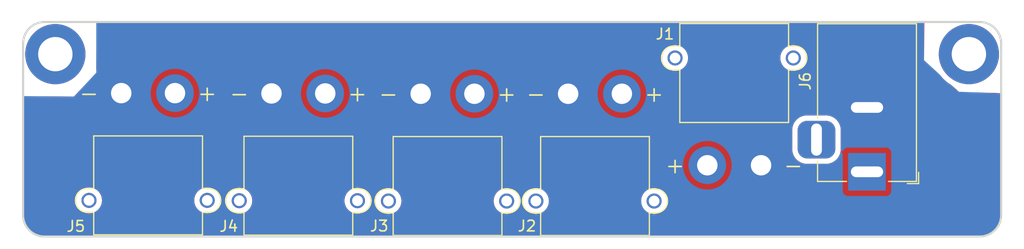
<source format=kicad_pcb>
(kicad_pcb (version 20240108) (generator "pcbnew") (generator_version "8.0")
  (layers (0 "F.Cu" signal) (31 "B.Cu" signal) (34 "B.Paste" user) (35 "F.Paste" user) (36 "B.SilkS" user "B.Silkscreen") (37 "F.SilkS" user "F.Silkscreen") (38 "B.Mask" user) (39 "F.Mask" user) (44 "Edge.Cuts" user))
  (net 0 "")
  (net 1 "GND")
  (net 2 "+BATT")
  (footprint "Connector_AMASS:AMASS_XT30PW-M_1x02_P2.50mm_Horizontal" (layer "F.Cu") (at 124.06 93 180)
    (property "Reference" "J3" (at 3.86 -12.33 360) (layer "F.SilkS"))
    (property "Value" "Conn_01x02")
    (fp_line (start 2.56 -8.89) (end 3.15 -8.89) (stroke (width 0.12)) (layer "F.SilkS"))
    (fp_line (start 2.56 -8.89) (end 2.56 -3.99) (stroke (width 0.12)) (layer "F.SilkS"))
    (fp_line (start 2.56 -11.11) (end 3.15 -11.11) (stroke (width 0.12)) (layer "F.SilkS"))
    (fp_line (start 2.56 -13.21) (end 2.56 -11.11) (stroke (width 0.12)) (layer "F.SilkS"))
    (fp_line (start -7.56 -3.99) (end 2.56 -3.99) (stroke (width 0.12)) (layer "F.SilkS"))
    (fp_line (start -7.56 -8.89) (end -7.56 -3.99) (stroke (width 0.12)) (layer "F.SilkS"))
    (fp_line (start -7.56 -13.21) (end 2.56 -13.21) (stroke (width 0.12)) (layer "F.SilkS"))
    (fp_line (start -7.56 -13.21) (end -7.56 -11.11) (stroke (width 0.12)) (layer "F.SilkS"))
    (fp_line (start -8.15 -8.89) (end -7.56 -8.89) (stroke (width 0.12)) (layer "F.SilkS"))
    (fp_line (start -8.15 -11.11) (end -7.56 -11.11) (stroke (width 0.12)) (layer "F.SilkS"))
    (fp_arc (start 3.15 -11.11) (mid 4.26 -10) (end 3.15 -8.89) (stroke (width 0.12)) (layer "F.SilkS"))
    (fp_arc (start -8.15 -8.89) (mid -9.26 -10) (end -8.15 -11.11) (stroke (width 0.12)) (layer "F.SilkS"))
    (fp_text user "-" (at 3 0 360) (layer "F.SilkS") (effects (font (size 1.5 1.5))))
    (fp_text user "+" (at -8 0 360) (layer "F.SilkS") (effects (font (size 1.5 1.5))))
    (pad "" thru_hole circle (at -8 -10 180) (size 1.4 1.4) (drill 1) (layers "*.Cu" "*.Mask"))
    (pad "" thru_hole circle (at 3 -10 180) (size 1.4 1.4) (drill 1) (layers "*.Cu" "*.Mask"))
    (pad "1" thru_hole rect (at 0 0 180) (size 3.5 3.5) (drill 1.9) (layers "*.Cu" "*.Mask") (net 1 "GND"))
    (pad "2" thru_hole circle (at -5 0 180) (size 3.5 3.5) (drill 1.9) (layers "*.Cu" "*.Mask") (net 2 "+BATT"))
  )
  (footprint "MountingHole:MountingHole_3.2mm_M3_Pad_TopBottom" (layer "F.Cu") (at 175.0684 89.3064)
    (property "Reference" "H2")
    (property "Value" "MountingHole")
    (pad "1" thru_hole circle (at 0 0) (size 3.6 3.6) (drill 3.2) (layers "*.Cu" "*.Mask"))
    (pad "1" connect circle (at 0 0) (size 5.6 5.6) (layers "F.Cu" "F.Mask"))
    (pad "1" connect circle (at 0 0) (size 5.6 5.6) (layers "B.Cu" "B.Mask"))
  )
  (footprint "MountingHole:MountingHole_3.2mm_M3_Pad_TopBottom" (layer "F.Cu") (at 90.0684 89.3064)
    (property "Reference" "H1")
    (property "Value" "MountingHole")
    (pad "1" thru_hole circle (at 0 0) (size 3.6 3.6) (drill 3.2) (layers "*.Cu" "*.Mask"))
    (pad "1" connect circle (at 0 0) (size 5.6 5.6) (layers "F.Cu" "F.Mask"))
    (pad "1" connect circle (at 0 0) (size 5.6 5.6) (layers "B.Cu" "B.Mask"))
  )
  (footprint "Connector_AMASS:AMASS_XT30PW-M_1x02_P2.50mm_Horizontal" (layer "F.Cu") (at 110.18 92.97 180)
    (property "Reference" "J4" (at 3.98 -12.39 360) (layer "F.SilkS"))
    (property "Value" "Conn_01x02")
    (fp_line (start 2.56 -8.89) (end 3.15 -8.89) (stroke (width 0.12)) (layer "F.SilkS"))
    (fp_line (start 2.56 -8.89) (end 2.56 -3.99) (stroke (width 0.12)) (layer "F.SilkS"))
    (fp_line (start 2.56 -11.11) (end 3.15 -11.11) (stroke (width 0.12)) (layer "F.SilkS"))
    (fp_line (start 2.56 -13.21) (end 2.56 -11.11) (stroke (width 0.12)) (layer "F.SilkS"))
    (fp_line (start -7.56 -3.99) (end 2.56 -3.99) (stroke (width 0.12)) (layer "F.SilkS"))
    (fp_line (start -7.56 -8.89) (end -7.56 -3.99) (stroke (width 0.12)) (layer "F.SilkS"))
    (fp_line (start -7.56 -13.21) (end 2.56 -13.21) (stroke (width 0.12)) (layer "F.SilkS"))
    (fp_line (start -7.56 -13.21) (end -7.56 -11.11) (stroke (width 0.12)) (layer "F.SilkS"))
    (fp_line (start -8.15 -8.89) (end -7.56 -8.89) (stroke (width 0.12)) (layer "F.SilkS"))
    (fp_line (start -8.15 -11.11) (end -7.56 -11.11) (stroke (width 0.12)) (layer "F.SilkS"))
    (fp_arc (start 3.15 -11.11) (mid 4.26 -10) (end 3.15 -8.89) (stroke (width 0.12)) (layer "F.SilkS"))
    (fp_arc (start -8.15 -8.89) (mid -9.26 -10) (end -8.15 -11.11) (stroke (width 0.12)) (layer "F.SilkS"))
    (fp_text user "-" (at 3 0 360) (layer "F.SilkS") (effects (font (size 1.5 1.5))))
    (fp_text user "+" (at -8 0 360) (layer "F.SilkS") (effects (font (size 1.5 1.5))))
    (pad "" thru_hole circle (at -8 -10 180) (size 1.4 1.4) (drill 1) (layers "*.Cu" "*.Mask"))
    (pad "" thru_hole circle (at 3 -10 180) (size 1.4 1.4) (drill 1) (layers "*.Cu" "*.Mask"))
    (pad "1" thru_hole rect (at 0 0 180) (size 3.5 3.5) (drill 1.9) (layers "*.Cu" "*.Mask") (net 1 "GND"))
    (pad "2" thru_hole circle (at -5 0 180) (size 3.5 3.5) (drill 1.9) (layers "*.Cu" "*.Mask") (net 2 "+BATT"))
  )
  (footprint "Connector_BarrelJack:BarrelJack_Horizontal" (layer "F.Cu") (at 165.5875 100.275 -90)
    (property "Reference" "J6" (at -8.45 5.75 90) (layer "F.SilkS"))
    (property "Value" "Jack-DC")
    (fp_line (start -13.8 4.6) (end -13.8 -4.6) (stroke (width 0.12)) (layer "F.SilkS"))
    (fp_line (start -5 4.6) (end -13.8 4.6) (stroke (width 0.12)) (layer "F.SilkS"))
    (fp_line (start 0.9 4.6) (end -1 4.6) (stroke (width 0.12)) (layer "F.SilkS"))
    (fp_line (start 0.9 1.9) (end 0.9 4.6) (stroke (width 0.12)) (layer "F.SilkS"))
    (fp_line (start 1.1 -3.75) (end 1.1 -4.8) (stroke (width 0.12)) (layer "F.SilkS"))
    (fp_line (start -13.8 -4.6) (end 0.9 -4.6) (stroke (width 0.12)) (layer "F.SilkS"))
    (fp_line (start 0.9 -4.6) (end 0.9 -2) (stroke (width 0.12)) (layer "F.SilkS"))
    (fp_line (start 0.05 -4.8) (end 1.1 -4.8) (stroke (width 0.12)) (layer "F.SilkS"))
    (pad "1" thru_hole rect (at 0 0 270) (size 3.5 3.5) (drill oval 1 3) (layers "*.Cu" "*.Mask") (net 2 "+BATT"))
    (pad "2" thru_hole roundrect (at -6 0 270) (size 3 3.5) (drill oval 1 3) (layers "*.Cu" "*.Mask") (net 1 "GND"))
    (pad "3" thru_hole roundrect (at -3 4.7 270) (size 3.5 3.5) (drill oval 3 1) (layers "*.Cu" "*.Mask"))
  )
  (footprint "Connector_AMASS:AMASS_XT30PW-M_1x02_P2.50mm_Horizontal" (layer "F.Cu") (at 155.73 99.665)
    (property "Reference" "J1" (at -8.94 -12.235 0) (layer "F.SilkS"))
    (property "Value" "Conn_01x02")
    (fp_line (start -8.15 -11.11) (end -7.56 -11.11) (stroke (width 0.12)) (layer "F.SilkS"))
    (fp_line (start -8.15 -8.89) (end -7.56 -8.89) (stroke (width 0.12)) (layer "F.SilkS"))
    (fp_line (start -7.56 -13.21) (end -7.56 -11.11) (stroke (width 0.12)) (layer "F.SilkS"))
    (fp_line (start -7.56 -13.21) (end 2.56 -13.21) (stroke (width 0.12)) (layer "F.SilkS"))
    (fp_line (start -7.56 -8.89) (end -7.56 -3.99) (stroke (width 0.12)) (layer "F.SilkS"))
    (fp_line (start -7.56 -3.99) (end 2.56 -3.99) (stroke (width 0.12)) (layer "F.SilkS"))
    (fp_line (start 2.56 -13.21) (end 2.56 -11.11) (stroke (width 0.12)) (layer "F.SilkS"))
    (fp_line (start 2.56 -11.11) (end 3.15 -11.11) (stroke (width 0.12)) (layer "F.SilkS"))
    (fp_line (start 2.56 -8.89) (end 2.56 -3.99) (stroke (width 0.12)) (layer "F.SilkS"))
    (fp_line (start 2.56 -8.89) (end 3.15 -8.89) (stroke (width 0.12)) (layer "F.SilkS"))
    (fp_arc (start -8.15 -8.89) (mid -9.26 -10) (end -8.15 -11.11) (stroke (width 0.12)) (layer "F.SilkS"))
    (fp_arc (start 3.15 -11.11) (mid 4.26 -10) (end 3.15 -8.89) (stroke (width 0.12)) (layer "F.SilkS"))
    (fp_text user "+" (at -8 0 0) (layer "F.SilkS") (effects (font (size 1.5 1.5))))
    (fp_text user "-" (at 3 0 0) (layer "F.SilkS") (effects (font (size 1.5 1.5))))
    (pad "" thru_hole circle (at -8 -10) (size 1.4 1.4) (drill 1) (layers "*.Cu" "*.Mask"))
    (pad "" thru_hole circle (at 3 -10) (size 1.4 1.4) (drill 1) (layers "*.Cu" "*.Mask"))
    (pad "1" thru_hole rect (at 0 0) (size 3.5 3.5) (drill 1.9) (layers "*.Cu" "*.Mask") (net 1 "GND"))
    (pad "2" thru_hole circle (at -5 0) (size 3.5 3.5) (drill 1.9) (layers "*.Cu" "*.Mask") (net 2 "+BATT"))
  )
  (footprint "Connector_AMASS:AMASS_XT30PW-M_1x02_P2.50mm_Horizontal" (layer "F.Cu") (at 137.78 93 180)
    (property "Reference" "J2" (at 3.83 -12.33 360) (layer "F.SilkS"))
    (property "Value" "Conn_01x02")
    (fp_line (start 2.56 -8.89) (end 3.15 -8.89) (stroke (width 0.12)) (layer "F.SilkS"))
    (fp_line (start 2.56 -8.89) (end 2.56 -3.99) (stroke (width 0.12)) (layer "F.SilkS"))
    (fp_line (start 2.56 -11.11) (end 3.15 -11.11) (stroke (width 0.12)) (layer "F.SilkS"))
    (fp_line (start 2.56 -13.21) (end 2.56 -11.11) (stroke (width 0.12)) (layer "F.SilkS"))
    (fp_line (start -7.56 -3.99) (end 2.56 -3.99) (stroke (width 0.12)) (layer "F.SilkS"))
    (fp_line (start -7.56 -8.89) (end -7.56 -3.99) (stroke (width 0.12)) (layer "F.SilkS"))
    (fp_line (start -7.56 -13.21) (end 2.56 -13.21) (stroke (width 0.12)) (layer "F.SilkS"))
    (fp_line (start -7.56 -13.21) (end -7.56 -11.11) (stroke (width 0.12)) (layer "F.SilkS"))
    (fp_line (start -8.15 -8.89) (end -7.56 -8.89) (stroke (width 0.12)) (layer "F.SilkS"))
    (fp_line (start -8.15 -11.11) (end -7.56 -11.11) (stroke (width 0.12)) (layer "F.SilkS"))
    (fp_arc (start 3.15 -11.11) (mid 4.26 -10) (end 3.15 -8.89) (stroke (width 0.12)) (layer "F.SilkS"))
    (fp_arc (start -8.15 -8.89) (mid -9.26 -10) (end -8.15 -11.11) (stroke (width 0.12)) (layer "F.SilkS"))
    (fp_text user "-" (at 3 0 360) (layer "F.SilkS") (effects (font (size 1.5 1.5))))
    (fp_text user "+" (at -8 0 360) (layer "F.SilkS") (effects (font (size 1.5 1.5))))
    (pad "" thru_hole circle (at -8 -10 180) (size 1.4 1.4) (drill 1) (layers "*.Cu" "*.Mask"))
    (pad "" thru_hole circle (at 3 -10 180) (size 1.4 1.4) (drill 1) (layers "*.Cu" "*.Mask"))
    (pad "1" thru_hole rect (at 0 0 180) (size 3.5 3.5) (drill 1.9) (layers "*.Cu" "*.Mask") (net 1 "GND"))
    (pad "2" thru_hole circle (at -5 0 180) (size 3.5 3.5) (drill 1.9) (layers "*.Cu" "*.Mask") (net 2 "+BATT"))
  )
  (footprint "Connector_AMASS:AMASS_XT30PW-M_1x02_P2.50mm_Horizontal" (layer "F.Cu") (at 96.2 92.94 180)
    (property "Reference" "J5" (at 4.22 -12.42 360) (layer "F.SilkS"))
    (property "Value" "Conn_01x02")
    (fp_line (start 2.56 -8.89) (end 3.15 -8.89) (stroke (width 0.12)) (layer "F.SilkS"))
    (fp_line (start 2.56 -8.89) (end 2.56 -3.99) (stroke (width 0.12)) (layer "F.SilkS"))
    (fp_line (start 2.56 -11.11) (end 3.15 -11.11) (stroke (width 0.12)) (layer "F.SilkS"))
    (fp_line (start 2.56 -13.21) (end 2.56 -11.11) (stroke (width 0.12)) (layer "F.SilkS"))
    (fp_line (start -7.56 -3.99) (end 2.56 -3.99) (stroke (width 0.12)) (layer "F.SilkS"))
    (fp_line (start -7.56 -8.89) (end -7.56 -3.99) (stroke (width 0.12)) (layer "F.SilkS"))
    (fp_line (start -7.56 -13.21) (end 2.56 -13.21) (stroke (width 0.12)) (layer "F.SilkS"))
    (fp_line (start -7.56 -13.21) (end -7.56 -11.11) (stroke (width 0.12)) (layer "F.SilkS"))
    (fp_line (start -8.15 -8.89) (end -7.56 -8.89) (stroke (width 0.12)) (layer "F.SilkS"))
    (fp_line (start -8.15 -11.11) (end -7.56 -11.11) (stroke (width 0.12)) (layer "F.SilkS"))
    (fp_arc (start 3.15 -11.11) (mid 4.26 -10) (end 3.15 -8.89) (stroke (width 0.12)) (layer "F.SilkS"))
    (fp_arc (start -8.15 -8.89) (mid -9.26 -10) (end -8.15 -11.11) (stroke (width 0.12)) (layer "F.SilkS"))
    (fp_text user "+" (at -8 0 360) (layer "F.SilkS") (effects (font (size 1.5 1.5))))
    (fp_text user "-" (at 3 0 360) (layer "F.SilkS") (effects (font (size 1.5 1.5))))
    (pad "" thru_hole circle (at -8 -10 180) (size 1.4 1.4) (drill 1) (layers "*.Cu" "*.Mask"))
    (pad "" thru_hole circle (at 3 -10 180) (size 1.4 1.4) (drill 1) (layers "*.Cu" "*.Mask"))
    (pad "1" thru_hole rect (at 0 0 180) (size 3.5 3.5) (drill 1.9) (layers "*.Cu" "*.Mask") (net 1 "GND"))
    (pad "2" thru_hole circle (at -5 0 180) (size 3.5 3.5) (drill 1.9) (layers "*.Cu" "*.Mask") (net 2 "+BATT"))
  )
  (gr_arc (start 178.0684 104.3064) (mid 177.482614 105.720614) (end 176.0684 106.3064) (stroke (width 0.2)) (layer "Edge.Cuts"))
  (gr_arc (start 176.0684 86.3064) (mid 177.482614 86.892186) (end 178.0684 88.3064) (stroke (width 0.2)) (layer "Edge.Cuts"))
  (gr_line (start 178.0684 104.3064) (end 178.0684 88.3064) (stroke (width 0.2)) (layer "Edge.Cuts"))
  (gr_arc (start 89.0684 106.3064) (mid 87.654186 105.720614) (end 87.0684 104.3064) (stroke (width 0.2)) (layer "Edge.Cuts"))
  (gr_line (start 176.0684 86.3064) (end 89.0684 86.3064) (stroke (width 0.2)) (layer "Edge.Cuts"))
  (gr_line (start 87.0684 88.3064) (end 87.0684 104.3064) (stroke (width 0.2)) (layer "Edge.Cuts"))
  (gr_arc (start 87.0684 88.3064) (mid 87.654186 86.892186) (end 89.0684 86.3064) (stroke (width 0.2)) (layer "Edge.Cuts"))
  (gr_line (start 89.0684 106.3064) (end 176.0684 106.3064) (stroke (width 0.2)) (layer "Edge.Cuts"))
  (zone (net 2) (net_name "+BATT") (layer "F.Cu") (connect_pads yes (clearance 0.508)) (min_thickness 0.254) (fill yes (thermal_gap 0.508) (thermal_bridge_width 0.508))
    (polygon (pts (xy 170.942 84.836) (xy 170.8912 89.916) (xy 174.1932 92.8624) (xy 177.292 92.9132) (xy 179.324 93.0148) (xy 179.6288 107.2896) (xy 86.2584 107.4928) (xy 86.36 93.218) (xy 91.7956 93.2688) (xy 93.8784 91.0844) (xy 93.9292 84.7852)))
  )
  (zone (net 1) (net_name "GND") (layer "B.Cu") (connect_pads yes (clearance 0.508)) (min_thickness 0.254) (fill yes (thermal_gap 0.508) (thermal_bridge_width 0.508))
    (polygon (pts (xy 170.8912 84.836) (xy 170.8912 89.8652) (xy 174.0916 92.8116) (xy 179.324 93.0148) (xy 179.578 107.1372) (xy 86.5632 107.1372) (xy 86.36 93.218) (xy 91.7956 93.2688) (xy 93.8784 91.0336) (xy 93.8784 84.7344)))
  )
)
</source>
